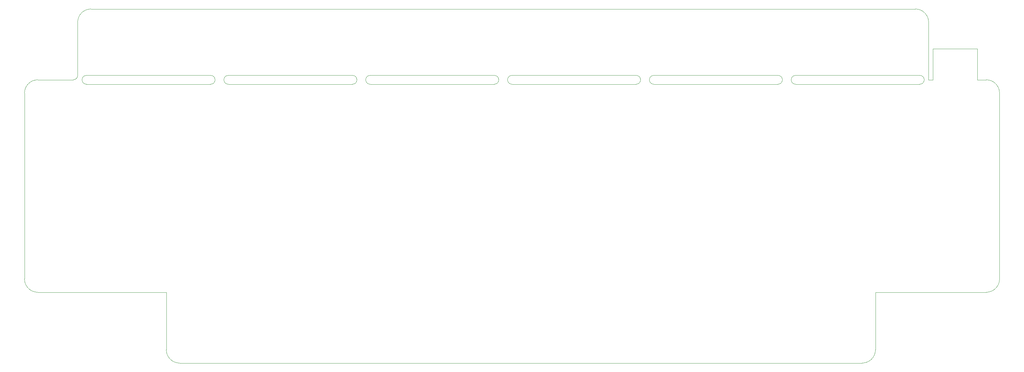
<source format=gbr>
G04 #@! TF.GenerationSoftware,KiCad,Pcbnew,(5.1.4)-1*
G04 #@! TF.CreationDate,2021-02-18T16:48:32-08:00*
G04 #@! TF.ProjectId,IBM029Punch,49424d30-3239-4507-956e-63682e6b6963,rev?*
G04 #@! TF.SameCoordinates,Original*
G04 #@! TF.FileFunction,Profile,NP*
%FSLAX46Y46*%
G04 Gerber Fmt 4.6, Leading zero omitted, Abs format (unit mm)*
G04 Created by KiCad (PCBNEW (5.1.4)-1) date 2021-02-18 16:48:32*
%MOMM*%
%LPD*%
G04 APERTURE LIST*
%ADD10C,0.050000*%
G04 APERTURE END LIST*
D10*
X269082380Y-35718900D02*
X270273010Y-35718900D01*
X269082380Y-34528270D02*
X269082380Y-35718900D01*
X282179310Y-35718900D02*
X284560570Y-35718900D01*
X282179310Y-27380000D02*
X282179310Y-35718900D01*
X270273010Y-27380000D02*
X282179310Y-27380000D01*
X270273010Y-34528270D02*
X270273010Y-27380000D01*
X270273010Y-35718900D02*
X270273010Y-34528270D01*
X40481421Y-34528270D02*
G75*
G02X39290790Y-35718901I-1190631J0D01*
G01*
X42849801Y-36909461D02*
G75*
G02X42862680Y-34528269I12879J1190561D01*
G01*
X76200320Y-36909530D02*
X42849800Y-36909530D01*
X76200320Y-34528270D02*
X42862680Y-34528270D01*
X80962840Y-36909530D02*
X114300480Y-36909530D01*
X114300480Y-34528270D02*
X80962840Y-34528270D01*
X119063000Y-36909530D02*
X152400640Y-36909530D01*
X152400640Y-34528270D02*
X119063000Y-34528270D01*
X157163160Y-36909530D02*
X190500800Y-36909530D01*
X190500800Y-34528270D02*
X157163160Y-34528270D01*
X195263320Y-36909530D02*
X228600960Y-36909530D01*
X228600960Y-34528270D02*
X195263320Y-34528270D01*
X233363480Y-36909530D02*
X266701120Y-36909530D01*
X266701120Y-34528270D02*
X233363480Y-34528270D01*
X266701120Y-34528269D02*
G75*
G02X266701120Y-36909531I0J-1190631D01*
G01*
X233363480Y-36909531D02*
G75*
G02X233363480Y-34528269I0J1190631D01*
G01*
X228600960Y-34528269D02*
G75*
G02X228600960Y-36909531I0J-1190631D01*
G01*
X195263320Y-36909531D02*
G75*
G02X195263320Y-34528269I0J1190631D01*
G01*
X190500800Y-34528269D02*
G75*
G02X190500800Y-36909531I0J-1190631D01*
G01*
X157163160Y-36909531D02*
G75*
G02X157163160Y-34528269I0J1190631D01*
G01*
X152400640Y-34528269D02*
G75*
G02X152400640Y-36909531I0J-1190631D01*
G01*
X119063000Y-36909531D02*
G75*
G02X119063000Y-34528269I0J1190631D01*
G01*
X114300480Y-34528269D02*
G75*
G02X114300480Y-36909531I0J-1190631D01*
G01*
X80962840Y-36909531D02*
G75*
G02X80962840Y-34528269I0J1190631D01*
G01*
X76200320Y-34528269D02*
G75*
G02X76200320Y-36909531I0J-1190631D01*
G01*
X40481420Y-34528270D02*
X40481420Y-20240710D01*
X29765750Y-35718900D02*
X39290790Y-35718900D01*
X26193860Y-89297250D02*
X26193860Y-39290790D01*
X64294020Y-92869140D02*
X29765750Y-92869140D01*
X64294020Y-108347330D02*
X64294020Y-92869140D01*
X251222930Y-111919220D02*
X67865910Y-111919220D01*
X254794820Y-92869140D02*
X254794820Y-108347330D01*
X284560570Y-92869140D02*
X254794820Y-92869140D01*
X288132460Y-39290790D02*
X288132460Y-89297250D01*
X269082380Y-20240710D02*
X269082380Y-34528270D01*
X44053310Y-16668820D02*
X265510490Y-16668820D01*
X40481418Y-20240710D02*
G75*
G02X44056300Y-16668819I3571892J0D01*
G01*
X26193859Y-39290790D02*
G75*
G02X29765750Y-35718899I3571891J0D01*
G01*
X29765750Y-92869141D02*
G75*
G02X26193859Y-89297250I0J3571891D01*
G01*
X67865910Y-111919221D02*
G75*
G02X64294019Y-108347330I0J3571891D01*
G01*
X254794821Y-108347330D02*
G75*
G02X251222930Y-111919221I-3571891J0D01*
G01*
X288132461Y-89297250D02*
G75*
G02X284560570Y-92869141I-3571891J0D01*
G01*
X284560570Y-35718900D02*
G75*
G02X288132460Y-39290790I0J-3571890D01*
G01*
X265510490Y-16668820D02*
G75*
G02X269082380Y-20240710I0J-3571890D01*
G01*
M02*

</source>
